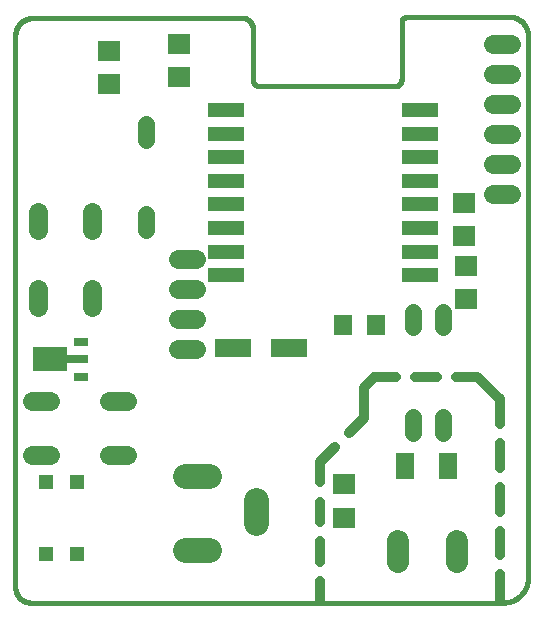
<source format=gts>
G75*
%MOIN*%
%OFA0B0*%
%FSLAX25Y25*%
%IPPOS*%
%LPD*%
%AMOC8*
5,1,8,0,0,1.08239X$1,22.5*
%
%ADD10C,0.03200*%
%ADD11C,0.01600*%
%ADD12R,0.05912X0.06699*%
%ADD13R,0.07487X0.06699*%
%ADD14R,0.12211X0.05124*%
%ADD15C,0.06400*%
%ADD16C,0.05600*%
%ADD17R,0.12211X0.05912*%
%ADD18R,0.04731X0.03156*%
%ADD19R,0.11424X0.08274*%
%ADD20R,0.05400X0.02900*%
%ADD21C,0.07450*%
%ADD22R,0.06306X0.08668*%
%ADD23R,0.05124X0.05124*%
%ADD24C,0.08274*%
D10*
X0137233Y0044645D02*
X0137233Y0051459D01*
X0137233Y0057859D02*
X0137233Y0064673D01*
X0137233Y0071073D02*
X0137233Y0077887D01*
X0137233Y0084287D02*
X0137233Y0091102D01*
X0142254Y0096122D01*
X0146779Y0100648D02*
X0151800Y0105669D01*
X0151800Y0115905D01*
X0155343Y0119448D01*
X0162494Y0119448D01*
X0168894Y0119448D02*
X0176045Y0119448D01*
X0182445Y0119448D02*
X0189595Y0119448D01*
X0197076Y0111968D01*
X0197076Y0103781D01*
X0197076Y0097381D02*
X0197076Y0089194D01*
X0197076Y0082794D02*
X0197076Y0074606D01*
X0197076Y0068206D02*
X0197076Y0060019D01*
X0197076Y0053619D02*
X0197076Y0045432D01*
D11*
X0198257Y0044251D02*
X0040776Y0044251D01*
X0040635Y0044253D01*
X0040494Y0044259D01*
X0040353Y0044268D01*
X0040213Y0044282D01*
X0040073Y0044300D01*
X0039934Y0044321D01*
X0039795Y0044346D01*
X0039657Y0044375D01*
X0039520Y0044408D01*
X0039383Y0044444D01*
X0039248Y0044484D01*
X0039114Y0044528D01*
X0038981Y0044576D01*
X0038850Y0044627D01*
X0038720Y0044682D01*
X0038592Y0044741D01*
X0038465Y0044802D01*
X0038340Y0044868D01*
X0038217Y0044937D01*
X0038096Y0045009D01*
X0037977Y0045084D01*
X0037860Y0045163D01*
X0037745Y0045245D01*
X0037632Y0045330D01*
X0037522Y0045418D01*
X0037415Y0045509D01*
X0037310Y0045604D01*
X0037207Y0045701D01*
X0037108Y0045800D01*
X0037011Y0045903D01*
X0036916Y0046008D01*
X0036825Y0046115D01*
X0036737Y0046225D01*
X0036652Y0046338D01*
X0036570Y0046453D01*
X0036491Y0046570D01*
X0036416Y0046689D01*
X0036344Y0046810D01*
X0036275Y0046933D01*
X0036209Y0047058D01*
X0036148Y0047185D01*
X0036089Y0047313D01*
X0036034Y0047443D01*
X0035983Y0047574D01*
X0035935Y0047707D01*
X0035891Y0047841D01*
X0035851Y0047976D01*
X0035815Y0048113D01*
X0035782Y0048250D01*
X0035753Y0048388D01*
X0035728Y0048527D01*
X0035707Y0048666D01*
X0035689Y0048806D01*
X0035675Y0048946D01*
X0035666Y0049087D01*
X0035660Y0049228D01*
X0035658Y0049369D01*
X0035658Y0233228D01*
X0035660Y0233380D01*
X0035666Y0233532D01*
X0035676Y0233684D01*
X0035689Y0233835D01*
X0035707Y0233986D01*
X0035728Y0234137D01*
X0035754Y0234287D01*
X0035783Y0234436D01*
X0035816Y0234585D01*
X0035853Y0234732D01*
X0035893Y0234879D01*
X0035938Y0235024D01*
X0035986Y0235168D01*
X0036038Y0235311D01*
X0036093Y0235453D01*
X0036152Y0235593D01*
X0036215Y0235732D01*
X0036281Y0235869D01*
X0036351Y0236004D01*
X0036424Y0236137D01*
X0036501Y0236268D01*
X0036581Y0236398D01*
X0036664Y0236525D01*
X0036750Y0236650D01*
X0036840Y0236773D01*
X0036933Y0236893D01*
X0037029Y0237011D01*
X0037128Y0237127D01*
X0037230Y0237240D01*
X0037334Y0237350D01*
X0037442Y0237458D01*
X0037552Y0237562D01*
X0037665Y0237664D01*
X0037781Y0237763D01*
X0037899Y0237859D01*
X0038019Y0237952D01*
X0038142Y0238042D01*
X0038267Y0238128D01*
X0038394Y0238211D01*
X0038524Y0238291D01*
X0038655Y0238368D01*
X0038788Y0238441D01*
X0038923Y0238511D01*
X0039060Y0238577D01*
X0039199Y0238640D01*
X0039339Y0238699D01*
X0039481Y0238754D01*
X0039624Y0238806D01*
X0039768Y0238854D01*
X0039913Y0238899D01*
X0040060Y0238939D01*
X0040207Y0238976D01*
X0040356Y0239009D01*
X0040505Y0239038D01*
X0040655Y0239064D01*
X0040806Y0239085D01*
X0040957Y0239103D01*
X0041108Y0239116D01*
X0041260Y0239126D01*
X0041412Y0239132D01*
X0041564Y0239134D01*
X0041564Y0239133D02*
X0111249Y0239133D01*
X0111365Y0239131D01*
X0111481Y0239125D01*
X0111596Y0239116D01*
X0111711Y0239103D01*
X0111826Y0239086D01*
X0111940Y0239065D01*
X0112054Y0239040D01*
X0112166Y0239012D01*
X0112277Y0238980D01*
X0112388Y0238945D01*
X0112497Y0238906D01*
X0112605Y0238863D01*
X0112711Y0238817D01*
X0112816Y0238768D01*
X0112919Y0238715D01*
X0113021Y0238658D01*
X0113120Y0238599D01*
X0113217Y0238536D01*
X0113313Y0238470D01*
X0113406Y0238401D01*
X0113497Y0238329D01*
X0113585Y0238254D01*
X0113671Y0238176D01*
X0113754Y0238095D01*
X0113835Y0238012D01*
X0113913Y0237926D01*
X0113988Y0237838D01*
X0114060Y0237747D01*
X0114129Y0237654D01*
X0114195Y0237558D01*
X0114258Y0237461D01*
X0114317Y0237362D01*
X0114374Y0237260D01*
X0114427Y0237157D01*
X0114476Y0237052D01*
X0114522Y0236946D01*
X0114565Y0236838D01*
X0114604Y0236729D01*
X0114639Y0236618D01*
X0114671Y0236507D01*
X0114699Y0236395D01*
X0114724Y0236281D01*
X0114745Y0236167D01*
X0114762Y0236052D01*
X0114775Y0235937D01*
X0114784Y0235822D01*
X0114790Y0235706D01*
X0114792Y0235590D01*
X0114792Y0218661D01*
X0114794Y0218566D01*
X0114800Y0218471D01*
X0114809Y0218376D01*
X0114823Y0218282D01*
X0114840Y0218189D01*
X0114861Y0218096D01*
X0114885Y0218004D01*
X0114914Y0217913D01*
X0114945Y0217823D01*
X0114981Y0217735D01*
X0115020Y0217648D01*
X0115063Y0217563D01*
X0115108Y0217480D01*
X0115158Y0217399D01*
X0115210Y0217319D01*
X0115266Y0217242D01*
X0115324Y0217167D01*
X0115386Y0217095D01*
X0115451Y0217025D01*
X0115518Y0216958D01*
X0115588Y0216893D01*
X0115660Y0216831D01*
X0115735Y0216773D01*
X0115812Y0216717D01*
X0115892Y0216665D01*
X0115973Y0216615D01*
X0116056Y0216570D01*
X0116141Y0216527D01*
X0116228Y0216488D01*
X0116316Y0216452D01*
X0116406Y0216421D01*
X0116497Y0216392D01*
X0116589Y0216368D01*
X0116682Y0216347D01*
X0116775Y0216330D01*
X0116869Y0216316D01*
X0116964Y0216307D01*
X0117059Y0216301D01*
X0117154Y0216299D01*
X0117154Y0216298D02*
X0162036Y0216298D01*
X0162036Y0216299D02*
X0162131Y0216301D01*
X0162226Y0216307D01*
X0162321Y0216316D01*
X0162415Y0216330D01*
X0162508Y0216347D01*
X0162601Y0216368D01*
X0162693Y0216392D01*
X0162784Y0216421D01*
X0162874Y0216452D01*
X0162962Y0216488D01*
X0163049Y0216527D01*
X0163134Y0216570D01*
X0163217Y0216615D01*
X0163298Y0216665D01*
X0163378Y0216717D01*
X0163455Y0216773D01*
X0163530Y0216831D01*
X0163602Y0216893D01*
X0163672Y0216958D01*
X0163739Y0217025D01*
X0163804Y0217095D01*
X0163866Y0217167D01*
X0163924Y0217242D01*
X0163980Y0217319D01*
X0164032Y0217399D01*
X0164082Y0217480D01*
X0164127Y0217563D01*
X0164170Y0217648D01*
X0164209Y0217735D01*
X0164245Y0217823D01*
X0164276Y0217913D01*
X0164305Y0218004D01*
X0164329Y0218096D01*
X0164350Y0218189D01*
X0164367Y0218282D01*
X0164381Y0218376D01*
X0164390Y0218471D01*
X0164396Y0218566D01*
X0164398Y0218661D01*
X0164398Y0237558D01*
X0164400Y0237644D01*
X0164405Y0237730D01*
X0164415Y0237815D01*
X0164428Y0237900D01*
X0164445Y0237984D01*
X0164465Y0238068D01*
X0164489Y0238150D01*
X0164517Y0238231D01*
X0164548Y0238312D01*
X0164582Y0238390D01*
X0164620Y0238467D01*
X0164662Y0238543D01*
X0164706Y0238616D01*
X0164754Y0238687D01*
X0164805Y0238757D01*
X0164859Y0238824D01*
X0164915Y0238888D01*
X0164975Y0238950D01*
X0165037Y0239010D01*
X0165101Y0239066D01*
X0165168Y0239120D01*
X0165238Y0239171D01*
X0165309Y0239219D01*
X0165383Y0239263D01*
X0165458Y0239305D01*
X0165535Y0239343D01*
X0165613Y0239377D01*
X0165694Y0239408D01*
X0165775Y0239436D01*
X0165857Y0239460D01*
X0165941Y0239480D01*
X0166025Y0239497D01*
X0166110Y0239510D01*
X0166195Y0239520D01*
X0166281Y0239525D01*
X0166367Y0239527D01*
X0200225Y0239527D01*
X0200382Y0239525D01*
X0200539Y0239519D01*
X0200696Y0239509D01*
X0200852Y0239496D01*
X0201008Y0239478D01*
X0201164Y0239457D01*
X0201319Y0239431D01*
X0201473Y0239402D01*
X0201627Y0239369D01*
X0201779Y0239332D01*
X0201931Y0239292D01*
X0202082Y0239247D01*
X0202231Y0239199D01*
X0202379Y0239147D01*
X0202526Y0239092D01*
X0202672Y0239032D01*
X0202816Y0238970D01*
X0202958Y0238903D01*
X0203099Y0238833D01*
X0203238Y0238760D01*
X0203375Y0238683D01*
X0203510Y0238603D01*
X0203642Y0238519D01*
X0203773Y0238432D01*
X0203902Y0238342D01*
X0204028Y0238249D01*
X0204152Y0238153D01*
X0204274Y0238053D01*
X0204393Y0237951D01*
X0204509Y0237845D01*
X0204623Y0237737D01*
X0204734Y0237626D01*
X0204842Y0237512D01*
X0204948Y0237396D01*
X0205050Y0237277D01*
X0205150Y0237155D01*
X0205246Y0237031D01*
X0205339Y0236905D01*
X0205429Y0236776D01*
X0205516Y0236645D01*
X0205600Y0236513D01*
X0205680Y0236378D01*
X0205757Y0236241D01*
X0205830Y0236102D01*
X0205900Y0235961D01*
X0205967Y0235819D01*
X0206029Y0235675D01*
X0206089Y0235529D01*
X0206144Y0235382D01*
X0206196Y0235234D01*
X0206244Y0235085D01*
X0206289Y0234934D01*
X0206329Y0234782D01*
X0206366Y0234630D01*
X0206399Y0234476D01*
X0206428Y0234322D01*
X0206454Y0234167D01*
X0206475Y0234011D01*
X0206493Y0233855D01*
X0206506Y0233699D01*
X0206516Y0233542D01*
X0206522Y0233385D01*
X0206524Y0233228D01*
X0206524Y0052519D01*
X0206525Y0052519D02*
X0206523Y0052319D01*
X0206515Y0052120D01*
X0206503Y0051920D01*
X0206486Y0051721D01*
X0206465Y0051522D01*
X0206438Y0051324D01*
X0206407Y0051127D01*
X0206371Y0050930D01*
X0206330Y0050735D01*
X0206285Y0050540D01*
X0206235Y0050347D01*
X0206180Y0050155D01*
X0206120Y0049964D01*
X0206056Y0049775D01*
X0205988Y0049587D01*
X0205915Y0049401D01*
X0205837Y0049217D01*
X0205755Y0049035D01*
X0205669Y0048855D01*
X0205578Y0048677D01*
X0205483Y0048501D01*
X0205384Y0048327D01*
X0205280Y0048156D01*
X0205173Y0047988D01*
X0205061Y0047822D01*
X0204946Y0047659D01*
X0204827Y0047499D01*
X0204703Y0047342D01*
X0204576Y0047187D01*
X0204446Y0047036D01*
X0204311Y0046888D01*
X0204174Y0046744D01*
X0204032Y0046602D01*
X0203888Y0046465D01*
X0203740Y0046330D01*
X0203589Y0046200D01*
X0203434Y0046073D01*
X0203277Y0045949D01*
X0203117Y0045830D01*
X0202954Y0045715D01*
X0202788Y0045603D01*
X0202620Y0045496D01*
X0202449Y0045392D01*
X0202275Y0045293D01*
X0202099Y0045198D01*
X0201921Y0045107D01*
X0201741Y0045021D01*
X0201559Y0044939D01*
X0201375Y0044861D01*
X0201189Y0044788D01*
X0201001Y0044720D01*
X0200812Y0044656D01*
X0200621Y0044596D01*
X0200429Y0044541D01*
X0200236Y0044491D01*
X0200041Y0044446D01*
X0199846Y0044405D01*
X0199649Y0044369D01*
X0199452Y0044338D01*
X0199254Y0044311D01*
X0199055Y0044290D01*
X0198856Y0044273D01*
X0198656Y0044261D01*
X0198457Y0044253D01*
X0198257Y0044251D01*
D12*
X0156029Y0136669D03*
X0145006Y0136669D03*
D13*
X0185814Y0145432D03*
X0185814Y0156456D03*
X0185261Y0166298D03*
X0185261Y0177322D03*
X0145107Y0083621D03*
X0145107Y0072598D03*
X0066753Y0217024D03*
X0066753Y0228047D03*
X0090271Y0230580D03*
X0090271Y0219557D03*
D14*
X0105832Y0208480D03*
X0105832Y0200606D03*
X0105832Y0192731D03*
X0105832Y0184857D03*
X0105832Y0176983D03*
X0105832Y0169109D03*
X0105832Y0161235D03*
X0105832Y0153361D03*
X0170399Y0153361D03*
X0170399Y0161235D03*
X0170399Y0169109D03*
X0170399Y0176983D03*
X0170399Y0184857D03*
X0170399Y0192731D03*
X0170399Y0200606D03*
X0170399Y0208480D03*
D15*
X0194801Y0210302D02*
X0200801Y0210302D01*
X0200801Y0200302D02*
X0194801Y0200302D01*
X0194801Y0190302D02*
X0200801Y0190302D01*
X0200801Y0180302D02*
X0194801Y0180302D01*
X0194801Y0220302D02*
X0200801Y0220302D01*
X0200801Y0230302D02*
X0194801Y0230302D01*
X0095740Y0158939D02*
X0089740Y0158939D01*
X0089740Y0148939D02*
X0095740Y0148939D01*
X0095740Y0138939D02*
X0089740Y0138939D01*
X0089740Y0128939D02*
X0095740Y0128939D01*
X0072806Y0111335D02*
X0066806Y0111335D01*
X0066806Y0093535D02*
X0072806Y0093535D01*
X0047206Y0093535D02*
X0041206Y0093535D01*
X0041206Y0111335D02*
X0047206Y0111335D01*
X0043289Y0142706D02*
X0043289Y0148706D01*
X0043289Y0168306D02*
X0043289Y0174306D01*
X0061089Y0174306D02*
X0061089Y0168306D01*
X0061089Y0148706D02*
X0061089Y0142706D01*
D16*
X0079115Y0168545D02*
X0079115Y0173745D01*
X0079115Y0198545D02*
X0079115Y0203745D01*
X0168060Y0141223D02*
X0168060Y0136023D01*
X0178060Y0136023D02*
X0178060Y0141223D01*
X0178060Y0106023D02*
X0178060Y0100823D01*
X0168060Y0100823D02*
X0168060Y0106023D01*
D17*
X0126987Y0129059D03*
X0108090Y0129059D03*
D18*
X0057697Y0131262D03*
X0057697Y0119451D03*
D19*
X0047264Y0125357D03*
D20*
X0047126Y0125357D03*
X0049094Y0125357D03*
X0051457Y0125357D03*
X0054606Y0125357D03*
X0057362Y0125357D03*
X0044764Y0124963D03*
D21*
X0163217Y0064823D02*
X0163217Y0057773D01*
X0182902Y0057773D02*
X0182902Y0064823D01*
D22*
X0179753Y0089920D03*
X0165580Y0089920D03*
D23*
X0056270Y0084583D03*
X0046034Y0084583D03*
X0046034Y0060567D03*
X0056270Y0060567D03*
D24*
X0092268Y0061655D02*
X0100142Y0061655D01*
X0115890Y0070710D02*
X0115890Y0078584D01*
X0100142Y0086458D02*
X0092268Y0086458D01*
M02*

</source>
